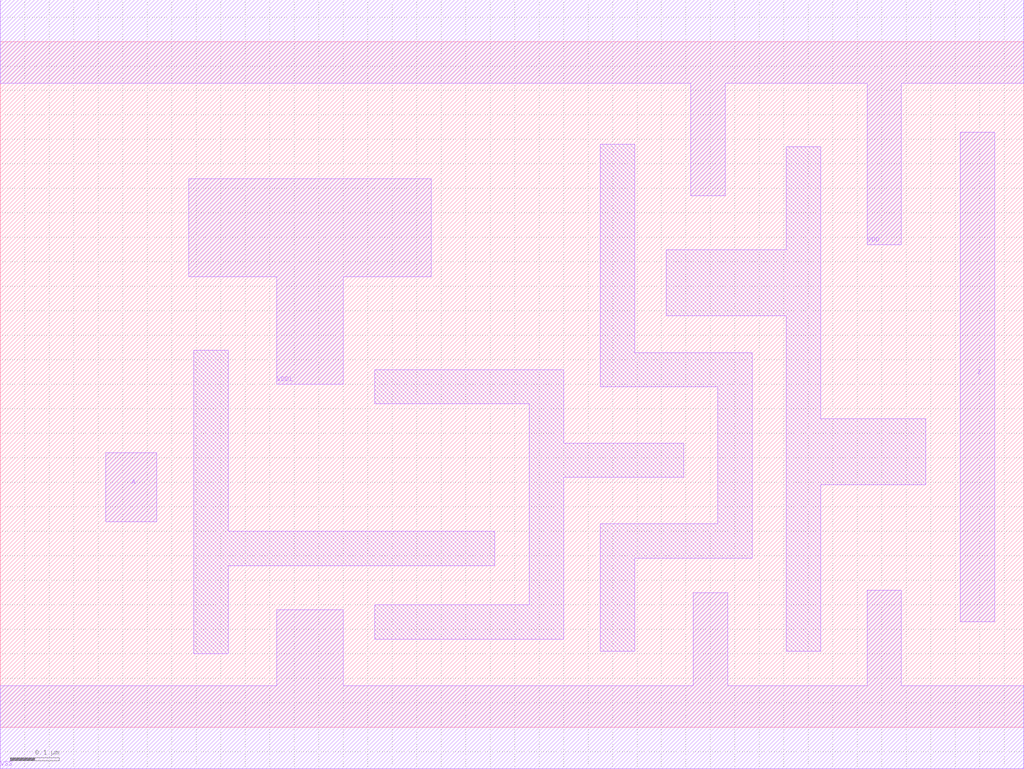
<source format=lef>
# 
# ******************************************************************************
# *                                                                            *
# *                   Copyright (C) 2004-2011, Nangate Inc.                    *
# *                           All rights reserved.                             *
# *                                                                            *
# * Nangate and the Nangate logo are trademarks of Nangate Inc.                *
# *                                                                            *
# * All trademarks, logos, software marks, and trade names (collectively the   *
# * "Marks") in this program are proprietary to Nangate or other respective    *
# * owners that have granted Nangate the right and license to use such Marks.  *
# * You are not permitted to use the Marks without the prior written consent   *
# * of Nangate or such third party that may own the Marks.                     *
# *                                                                            *
# * This file has been provided pursuant to a License Agreement containing     *
# * restrictions on its use. This file contains valuable trade secrets and     *
# * proprietary information of Nangate Inc., and is protected by U.S. and      *
# * international laws and/or treaties.                                        *
# *                                                                            *
# * The copyright notice(s) in this file does not indicate actual or intended  *
# * publication of this file.                                                  *
# *                                                                            *
# *     NGLibraryCreator, v2010.08-HR32-SP3-2010-08-05 - build 1009061800      *
# *                                                                            *
# ******************************************************************************
# 
# 
# Running on server08.nangate.com for user Giancarlo Franciscatto (gfr).
# Local time is now Thu, 6 Jan 2011, 18:10:28.
# Main process id is 3320.

VERSION 5.6 ;
BUSBITCHARS "[]" ;
DIVIDERCHAR "/" ;

MACRO LS_LH_X2
  CLASS core ;
  FOREIGN LS_LH_X2 0.0 0.0 ;
  ORIGIN 0 0 ;
  SYMMETRY X Y ;
  SITE FreePDK45_38x28_10R_NP_162NW_34O ;
  SIZE 2.09 BY 1.4 ;
  PIN A
    DIRECTION INPUT ;
    ANTENNAPARTIALMETALAREA 0.0147 LAYER metal1 ;
    ANTENNAPARTIALMETALSIDEAREA 0.0637 LAYER metal1 ;
    ANTENNAGATEAREA 0.011 ;
    PORT
      LAYER metal1 ;
        POLYGON 0.215 0.42 0.32 0.42 0.32 0.56 0.215 0.56  ;
    END
  END A
  PIN Z
    DIRECTION OUTPUT ;
    ANTENNAPARTIALMETALAREA 0.07 LAYER metal1 ;
    ANTENNAPARTIALMETALSIDEAREA 0.2782 LAYER metal1 ;
    ANTENNADIFFAREA 0.04725 ;
    PORT
      LAYER metal1 ;
        POLYGON 1.96 0.215 2.03 0.215 2.03 1.215 1.96 1.215  ;
    END
  END Z
  PIN VDD
    DIRECTION INOUT ;
    USE power ;
    SHAPE ABUTMENT ;
    PORT
      LAYER metal1 ;
        POLYGON 0 1.315 1.41 1.315 1.41 1.085 1.48 1.085 1.48 1.315 1.77 1.315 1.77 0.985 1.84 0.985 1.84 1.315 1.89 1.315 2.09 1.315 2.09 1.485 1.89 1.485 0 1.485  ;
    END
  END VDD
  PIN VDDL
    DIRECTION INOUT ;
    USE power ;
    SHAPE ABUTMENT ;
    PORT
      LAYER metal1 ;
        POLYGON 0.385 0.92 0.565 0.92 0.565 0.7 0.7 0.7 0.7 0.92 0.88 0.92 0.88 1.12 0.385 1.12  ;
    END
  END VDDL
  PIN VSS
    DIRECTION INOUT ;
    USE ground ;
    SHAPE ABUTMENT ;
    PORT
      LAYER metal1 ;
        POLYGON 0 -0.085 2.09 -0.085 2.09 0.085 1.84 0.085 1.84 0.28 1.77 0.28 1.77 0.085 1.485 0.085 1.485 0.275 1.415 0.275 1.415 0.085 0.7 0.085 0.7 0.24 0.565 0.24 0.565 0.085 0 0.085  ;
    END
  END VSS
  OBS
      LAYER metal1 ;
        POLYGON 0.395 0.15 0.465 0.15 0.465 0.33 1.01 0.33 1.01 0.4 0.465 0.4 0.465 0.77 0.395 0.77  ;
        POLYGON 0.765 0.66 1.08 0.66 1.08 0.25 0.765 0.25 0.765 0.18 1.15 0.18 1.15 0.51 1.395 0.51 1.395 0.58 1.15 0.58 1.15 0.73 0.765 0.73  ;
        POLYGON 1.225 0.695 1.465 0.695 1.465 0.415 1.225 0.415 1.225 0.155 1.295 0.155 1.295 0.345 1.535 0.345 1.535 0.765 1.295 0.765 1.295 1.19 1.225 1.19  ;
        POLYGON 1.36 0.84 1.605 0.84 1.605 0.155 1.675 0.155 1.675 0.495 1.89 0.495 1.89 0.63 1.675 0.63 1.675 1.185 1.605 1.185 1.605 0.975 1.36 0.975  ;
  END
END LS_LH_X2

END LIBRARY
#
# End of file
#

</source>
